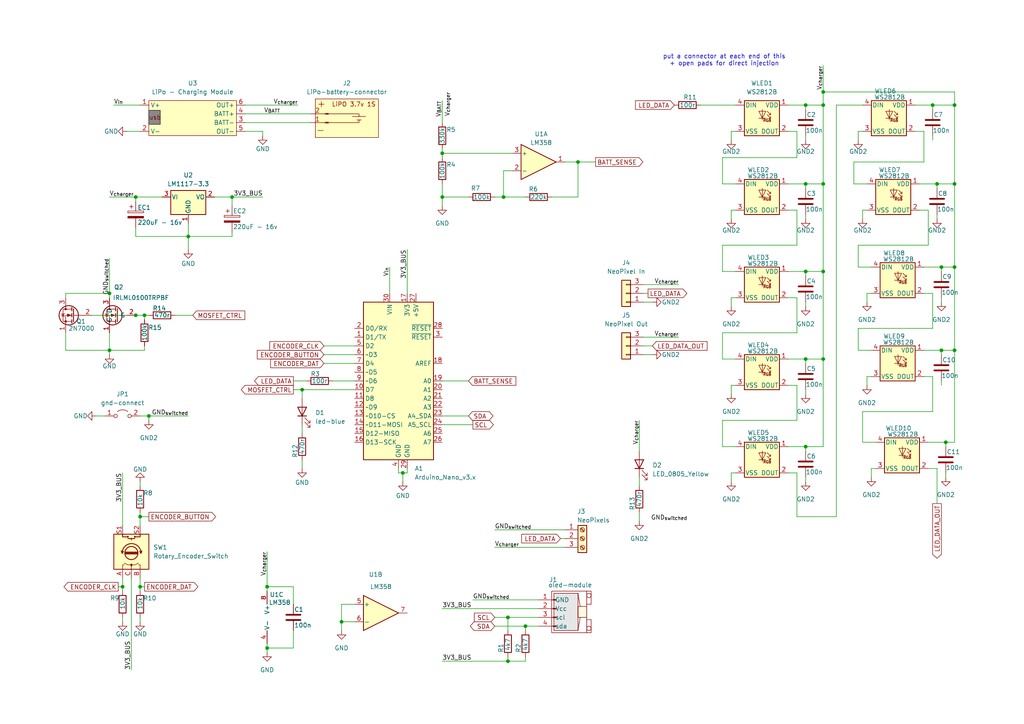
<source format=kicad_sch>
(kicad_sch (version 20250114) (generator "eeschema") (generator_version "9.0")
  (paper "A4")
  (text "put a connector at each end of this\n+ open pads for direct injection" (at 210.058 17.526 0) (effects (font (size 1.27 1.27))))
  (junction (at 238.76 104.14))
  (junction (at 238.76 30.48))
  (junction (at 274.32 128.27))
  (junction (at 54.61 68.58))
  (junction (at 146.05 57.15))
  (junction (at 128.27 44.45))
  (junction (at 128.27 57.15))
  (junction (at 276.86 101.6))
  (junction (at 35.56 170.18))
  (junction (at 238.76 26.67))
  (junction (at 233.68 78.74))
  (junction (at 43.18 120.65))
  (junction (at 31.75 85.09))
  (junction (at 238.76 53.34))
  (junction (at 99.06 180.34))
  (junction (at 39.37 57.15))
  (junction (at 147.32 191.77))
  (junction (at 147.32 179.07))
  (junction (at 87.63 113.03))
  (junction (at 233.68 129.54))
  (junction (at 238.76 78.74))
  (junction (at 67.31 57.15))
  (junction (at 39.37 91.44))
  (junction (at 40.64 170.18))
  (junction (at 276.86 77.47))
  (junction (at 273.05 101.6))
  (junction (at 271.78 53.34))
  (junction (at 167.64 46.99))
  (junction (at 116.84 137.16))
  (junction (at 77.47 170.18))
  (junction (at 233.68 104.14))
  (junction (at 233.68 53.34))
  (junction (at 77.47 187.96))
  (junction (at 270.51 30.48))
  (junction (at 41.91 91.44))
  (junction (at 276.86 53.34))
  (junction (at 276.86 30.48))
  (junction (at 40.64 149.86))
  (junction (at 152.4 181.61))
  (junction (at 273.05 77.47))
  (junction (at 31.75 101.6))
  (junction (at 233.68 30.48))
  (wire (pts (xy 77.47 187.96) (xy 85.09 187.96)))
  (wire (pts (xy 128.27 29.21) (xy 128.27 35.56)))
  (wire (pts (xy 228.6 111.76) (xy 231.14 111.76)))
  (wire (pts (xy 228.6 104.14) (xy 233.68 104.14)))
  (wire (pts (xy 40.64 149.86) (xy 40.64 152.4)))
  (wire (pts (xy 233.68 63.5) (xy 233.68 62.23)))
  (wire (pts (xy 247.65 46.99) (xy 247.65 53.34)))
  (wire (pts (xy 36.83 38.1) (xy 40.64 38.1)))
  (wire (pts (xy 152.4 181.61) (xy 152.4 182.88)))
  (wire (pts (xy 43.18 120.65) (xy 54.61 120.65)))
  (wire (pts (xy 143.51 181.61) (xy 152.4 181.61)))
  (wire (pts (xy 41.91 91.44) (xy 43.18 91.44)))
  (wire (pts (xy 87.63 123.19) (xy 87.63 125.73)))
  (wire (pts (xy 186.69 82.55) (xy 196.85 82.55)))
  (wire (pts (xy 238.76 26.67) (xy 238.76 30.48)))
  (wire (pts (xy 40.64 149.86) (xy 43.18 149.86)))
  (wire (pts (xy 77.47 160.02) (xy 77.47 170.18)))
  (wire (pts (xy 271.78 63.5) (xy 271.78 62.23)))
  (wire (pts (xy 231.14 121.92) (xy 209.55 121.92)))
  (wire (pts (xy 270.51 85.09) (xy 270.51 95.25)))
  (wire (pts (xy 19.05 85.09) (xy 31.75 85.09)))
  (wire (pts (xy 228.6 30.48) (xy 233.68 30.48)))
  (wire (pts (xy 77.47 170.18) (xy 85.09 170.18)))
  (wire (pts (xy 31.75 57.15) (xy 39.37 57.15)))
  (wire (pts (xy 87.63 113.03) (xy 102.87 113.03)))
  (wire (pts (xy 115.57 135.89) (xy 115.57 137.16)))
  (wire (pts (xy 93.98 105.41) (xy 102.87 105.41)))
  (wire (pts (xy 143.51 158.75) (xy 163.83 158.75)))
  (wire (pts (xy 31.75 85.09) (xy 31.75 74.93)))
  (wire (pts (xy 147.32 179.07) (xy 156.21 179.07)))
  (wire (pts (xy 209.55 78.74) (xy 213.36 78.74)))
  (wire (pts (xy 54.61 64.77) (xy 54.61 68.58)))
  (wire (pts (xy 209.55 53.34) (xy 213.36 53.34)))
  (wire (pts (xy 167.64 57.15) (xy 160.02 57.15)))
  (wire (pts (xy 186.69 102.87) (xy 189.23 102.87)))
  (wire (pts (xy 99.06 175.26) (xy 99.06 180.34)))
  (wire (pts (xy 87.63 135.89) (xy 87.63 133.35)))
  (wire (pts (xy 143.51 57.15) (xy 146.05 57.15)))
  (wire (pts (xy 228.6 38.1) (xy 231.14 38.1)))
  (wire (pts (xy 128.27 44.45) (xy 148.59 44.45)))
  (wire (pts (xy 250.19 128.27) (xy 254 128.27)))
  (wire (pts (xy 231.14 60.96) (xy 231.14 71.12)))
  (wire (pts (xy 270.51 40.64) (xy 270.51 39.37)))
  (wire (pts (xy 212.09 63.5) (xy 212.09 60.96)))
  (wire (pts (xy 152.4 190.5) (xy 152.4 191.77)))
  (wire (pts (xy 128.27 43.18) (xy 128.27 44.45)))
  (wire (pts (xy 85.09 182.88) (xy 85.09 187.96)))
  (wire (pts (xy 273.05 102.87) (xy 273.05 101.6)))
  (wire (pts (xy 212.09 40.64) (xy 212.09 38.1)))
  (wire (pts (xy 231.14 86.36) (xy 231.14 96.52)))
  (wire (pts (xy 67.31 68.58) (xy 67.31 67.31)))
  (wire (pts (xy 251.46 85.09) (xy 252.73 85.09)))
  (wire (pts (xy 87.63 113.03) (xy 87.63 115.57)))
  (wire (pts (xy 137.16 123.19) (xy 128.27 123.19)))
  (wire (pts (xy 67.31 68.58) (xy 54.61 68.58)))
  (wire (pts (xy 147.32 190.5) (xy 147.32 191.77)))
  (wire (pts (xy 209.55 45.72) (xy 209.55 53.34)))
  (wire (pts (xy 71.12 35.56) (xy 90.17 35.56)))
  (wire (pts (xy 269.24 60.96) (xy 269.24 71.12)))
  (wire (pts (xy 238.76 30.48) (xy 238.76 53.34)))
  (wire (pts (xy 267.97 46.99) (xy 247.65 46.99)))
  (wire (pts (xy 251.46 109.22) (xy 252.73 109.22)))
  (wire (pts (xy 19.05 101.6) (xy 31.75 101.6)))
  (wire (pts (xy 167.64 46.99) (xy 172.72 46.99)))
  (wire (pts (xy 209.55 104.14) (xy 213.36 104.14)))
  (wire (pts (xy 273.05 101.6) (xy 276.86 101.6)))
  (wire (pts (xy 40.64 148.59) (xy 40.64 149.86)))
  (wire (pts (xy 247.65 53.34) (xy 251.46 53.34)))
  (wire (pts (xy 269.24 128.27) (xy 274.32 128.27)))
  (wire (pts (xy 233.68 54.61) (xy 233.68 53.34)))
  (wire (pts (xy 40.64 171.45) (xy 40.64 170.18)))
  (wire (pts (xy 212.09 38.1) (xy 213.36 38.1)))
  (wire (pts (xy 212.09 88.9) (xy 212.09 86.36)))
  (wire (pts (xy 238.76 53.34) (xy 238.76 78.74)))
  (wire (pts (xy 35.56 137.16) (xy 35.56 152.4)))
  (wire (pts (xy 271.78 135.89) (xy 271.78 146.05)))
  (wire (pts (xy 233.68 31.75) (xy 233.68 30.48)))
  (wire (pts (xy 252.73 138.43) (xy 252.73 135.89)))
  (wire (pts (xy 276.86 128.27) (xy 276.86 101.6)))
  (wire (pts (xy 212.09 137.16) (xy 213.36 137.16)))
  (wire (pts (xy 242.57 30.48) (xy 250.19 30.48)))
  (wire (pts (xy 40.64 170.18) (xy 41.91 170.18)))
  (wire (pts (xy 228.6 86.36) (xy 231.14 86.36)))
  (wire (pts (xy 233.68 139.7) (xy 233.68 138.43)))
  (wire (pts (xy 266.7 60.96) (xy 269.24 60.96)))
  (wire (pts (xy 233.68 80.01) (xy 233.68 78.74)))
  (wire (pts (xy 67.31 57.15) (xy 76.2 57.15)))
  (wire (pts (xy 273.05 77.47) (xy 276.86 77.47)))
  (wire (pts (xy 93.98 102.87) (xy 102.87 102.87)))
  (wire (pts (xy 231.14 96.52) (xy 209.55 96.52)))
  (wire (pts (xy 128.27 110.49) (xy 135.89 110.49)))
  (wire (pts (xy 269.24 135.89) (xy 271.78 135.89)))
  (wire (pts (xy 274.32 138.43) (xy 274.32 137.16)))
  (wire (pts (xy 209.55 71.12) (xy 209.55 78.74)))
  (wire (pts (xy 147.32 191.77) (xy 152.4 191.77)))
  (wire (pts (xy 96.52 110.49) (xy 102.87 110.49)))
  (wire (pts (xy 185.42 151.13) (xy 185.42 148.59)))
  (wire (pts (xy 248.92 101.6) (xy 252.73 101.6)))
  (wire (pts (xy 252.73 135.89) (xy 254 135.89)))
  (wire (pts (xy 116.84 139.7) (xy 116.84 137.16)))
  (wire (pts (xy 162.56 156.21) (xy 163.83 156.21)))
  (wire (pts (xy 54.61 72.39) (xy 54.61 68.58)))
  (wire (pts (xy 212.09 86.36) (xy 213.36 86.36)))
  (wire (pts (xy 231.14 111.76) (xy 231.14 121.92)))
  (wire (pts (xy 118.11 72.39) (xy 118.11 85.09)))
  (wire (pts (xy 146.05 49.53) (xy 146.05 57.15)))
  (wire (pts (xy 128.27 57.15) (xy 128.27 53.34)))
  (wire (pts (xy 31.75 102.87) (xy 31.75 101.6)))
  (wire (pts (xy 40.64 120.65) (xy 43.18 120.65)))
  (wire (pts (xy 228.6 129.54) (xy 233.68 129.54)))
  (wire (pts (xy 147.32 179.07) (xy 147.32 182.88)))
  (wire (pts (xy 137.16 173.99) (xy 156.21 173.99)))
  (wire (pts (xy 85.09 113.03) (xy 87.63 113.03)))
  (wire (pts (xy 212.09 60.96) (xy 213.36 60.96)))
  (wire (pts (xy 33.02 30.48) (xy 40.64 30.48)))
  (wire (pts (xy 167.64 46.99) (xy 167.64 57.15)))
  (wire (pts (xy 266.7 53.34) (xy 271.78 53.34)))
  (wire (pts (xy 267.97 101.6) (xy 273.05 101.6)))
  (wire (pts (xy 35.56 170.18) (xy 35.56 167.64)))
  (wire (pts (xy 19.05 86.36) (xy 19.05 85.09)))
  (wire (pts (xy 267.97 77.47) (xy 273.05 77.47)))
  (wire (pts (xy 67.31 57.15) (xy 62.23 57.15)))
  (wire (pts (xy 228.6 78.74) (xy 233.68 78.74)))
  (wire (pts (xy 250.19 119.38) (xy 270.51 119.38)))
  (wire (pts (xy 41.91 100.33) (xy 41.91 101.6)))
  (wire (pts (xy 233.68 129.54) (xy 238.76 129.54)))
  (wire (pts (xy 38.1 167.64) (xy 38.1 194.31)))
  (wire (pts (xy 39.37 68.58) (xy 54.61 68.58)))
  (wire (pts (xy 231.14 137.16) (xy 231.14 149.86)))
  (wire (pts (xy 146.05 49.53) (xy 148.59 49.53)))
  (wire (pts (xy 251.46 111.76) (xy 251.46 109.22)))
  (wire (pts (xy 143.51 153.67) (xy 163.83 153.67)))
  (wire (pts (xy 186.69 87.63) (xy 189.23 87.63)))
  (wire (pts (xy 233.68 130.81) (xy 233.68 129.54)))
  (wire (pts (xy 163.83 46.99) (xy 167.64 46.99)))
  (wire (pts (xy 187.96 85.09) (xy 186.69 85.09)))
  (wire (pts (xy 143.51 179.07) (xy 147.32 179.07)))
  (wire (pts (xy 233.68 53.34) (xy 238.76 53.34)))
  (wire (pts (xy 238.76 19.05) (xy 238.76 26.67)))
  (wire (pts (xy 273.05 111.76) (xy 273.05 110.49)))
  (wire (pts (xy 71.12 33.02) (xy 90.17 33.02)))
  (wire (pts (xy 35.56 171.45) (xy 35.56 170.18)))
  (wire (pts (xy 238.76 78.74) (xy 238.76 104.14)))
  (wire (pts (xy 233.68 114.3) (xy 233.68 113.03)))
  (wire (pts (xy 228.6 137.16) (xy 231.14 137.16)))
  (wire (pts (xy 267.97 109.22) (xy 270.51 109.22)))
  (wire (pts (xy 231.14 71.12) (xy 209.55 71.12)))
  (wire (pts (xy 233.68 30.48) (xy 238.76 30.48)))
  (wire (pts (xy 265.43 30.48) (xy 270.51 30.48)))
  (wire (pts (xy 238.76 26.67) (xy 276.86 26.67)))
  (wire (pts (xy 31.75 86.36) (xy 31.75 85.09)))
  (wire (pts (xy 270.51 31.75) (xy 270.51 30.48)))
  (wire (pts (xy 55.88 91.44) (xy 50.8 91.44)))
  (wire (pts (xy 26.67 91.44) (xy 39.37 91.44)))
  (wire (pts (xy 267.97 85.09) (xy 270.51 85.09)))
  (wire (pts (xy 40.64 170.18) (xy 40.64 167.64)))
  (wire (pts (xy 128.27 176.53) (xy 156.21 176.53)))
  (wire (pts (xy 270.51 109.22) (xy 270.51 119.38)))
  (wire (pts (xy 39.37 66.04) (xy 39.37 68.58)))
  (wire (pts (xy 43.18 121.92) (xy 43.18 120.65)))
  (wire (pts (xy 113.03 77.47) (xy 113.03 85.09)))
  (wire (pts (xy 248.92 95.25) (xy 248.92 101.6)))
  (wire (pts (xy 238.76 104.14) (xy 238.76 129.54)))
  (wire (pts (xy 93.98 100.33) (xy 102.87 100.33)))
  (wire (pts (xy 85.09 110.49) (xy 88.9 110.49)))
  (wire (pts (xy 228.6 60.96) (xy 231.14 60.96)))
  (wire (pts (xy 19.05 96.52) (xy 19.05 101.6)))
  (wire (pts (xy 233.68 78.74) (xy 238.76 78.74)))
  (wire (pts (xy 209.55 129.54) (xy 213.36 129.54)))
  (wire (pts (xy 233.68 104.14) (xy 238.76 104.14)))
  (wire (pts (xy 99.06 180.34) (xy 99.06 182.88)))
  (wire (pts (xy 273.05 78.74) (xy 273.05 77.47)))
  (wire (pts (xy 267.97 38.1) (xy 267.97 46.99)))
  (wire (pts (xy 231.14 38.1) (xy 231.14 45.72)))
  (wire (pts (xy 118.11 135.89) (xy 118.11 137.16)))
  (wire (pts (xy 250.19 119.38) (xy 250.19 128.27)))
  (wire (pts (xy 274.32 128.27) (xy 276.86 128.27)))
  (wire (pts (xy 250.19 63.5) (xy 250.19 60.96)))
  (wire (pts (xy 115.57 137.16) (xy 116.84 137.16)))
  (wire (pts (xy 39.37 91.44) (xy 41.91 91.44)))
  (wire (pts (xy 271.78 53.34) (xy 276.86 53.34)))
  (wire (pts (xy 276.86 101.6) (xy 276.86 77.47)))
  (wire (pts (xy 40.64 139.7) (xy 40.64 140.97)))
  (wire (pts (xy 270.51 30.48) (xy 276.86 30.48)))
  (wire (pts (xy 233.68 105.41) (xy 233.68 104.14)))
  (wire (pts (xy 76.2 39.37) (xy 76.2 38.1)))
  (wire (pts (xy 35.56 180.34) (xy 35.56 179.07)))
  (wire (pts (xy 248.92 95.25) (xy 270.51 95.25)))
  (wire (pts (xy 77.47 189.23) (xy 77.47 187.96)))
  (wire (pts (xy 71.12 38.1) (xy 76.2 38.1)))
  (wire (pts (xy 41.91 91.44) (xy 41.91 92.71)))
  (wire (pts (xy 128.27 44.45) (xy 128.27 45.72)))
  (wire (pts (xy 212.09 114.3) (xy 212.09 111.76)))
  (wire (pts (xy 99.06 180.34) (xy 102.87 180.34)))
  (wire (pts (xy 128.27 59.69) (xy 128.27 57.15)))
  (wire (pts (xy 209.55 121.92) (xy 209.55 129.54)))
  (wire (pts (xy 39.37 57.15) (xy 39.37 58.42)))
  (wire (pts (xy 71.12 30.48) (xy 86.36 30.48)))
  (wire (pts (xy 102.87 175.26) (xy 99.06 175.26)))
  (wire (pts (xy 85.09 170.18) (xy 85.09 175.26)))
  (wire (pts (xy 276.86 30.48) (xy 276.86 26.67)))
  (wire (pts (xy 233.68 40.64) (xy 233.68 39.37)))
  (wire (pts (xy 231.14 149.86) (xy 242.57 149.86)))
  (wire (pts (xy 250.19 60.96) (xy 251.46 60.96)))
  (wire (pts (xy 31.75 96.52) (xy 31.75 101.6)))
  (wire (pts (xy 269.24 71.12) (xy 248.92 71.12)))
  (wire (pts (xy 209.55 96.52) (xy 209.55 104.14)))
  (wire (pts (xy 77.47 170.18) (xy 77.47 171.45)))
  (wire (pts (xy 233.68 88.9) (xy 233.68 87.63)))
  (wire (pts (xy 248.92 77.47) (xy 252.73 77.47)))
  (wire (pts (xy 276.86 53.34) (xy 276.86 30.48)))
  (wire (pts (xy 213.36 30.48) (xy 203.2 30.48)))
  (wire (pts (xy 27.94 120.65) (xy 30.48 120.65)))
  (wire (pts (xy 116.84 137.16) (xy 118.11 137.16)))
  (wire (pts (xy 231.14 45.72) (xy 209.55 45.72)))
  (wire (pts (xy 185.42 138.43) (xy 185.42 140.97)))
  (wire (pts (xy 228.6 53.34) (xy 233.68 53.34)))
  (wire (pts (xy 39.37 57.15) (xy 46.99 57.15)))
  (wire (pts (xy 128.27 57.15) (xy 135.89 57.15)))
  (wire (pts (xy 152.4 181.61) (xy 156.21 181.61)))
  (wire (pts (xy 128.27 191.77) (xy 147.32 191.77)))
  (wire (pts (xy 67.31 59.69) (xy 67.31 57.15)))
  (wire (pts (xy 274.32 129.54) (xy 274.32 128.27)))
  (wire (pts (xy 273.05 87.63) (xy 273.05 86.36)))
  (wire (pts (xy 276.86 77.47) (xy 276.86 53.34)))
  (wire (pts (xy 146.05 57.15) (xy 152.4 57.15)))
  (wire (pts (xy 248.92 40.64) (xy 248.92 38.1)))
  (wire (pts (xy 212.09 111.76) (xy 213.36 111.76)))
  (wire (pts (xy 34.29 170.18) (xy 35.56 170.18)))
  (wire (pts (xy 189.23 100.33) (xy 186.69 100.33)))
  (wire (pts (xy 186.69 97.79) (xy 196.85 97.79)))
  (wire (pts (xy 242.57 149.86) (xy 242.57 30.48)))
  (wire (pts (xy 128.27 120.65) (xy 135.89 120.65)))
  (wire (pts (xy 185.42 130.81) (xy 185.42 121.92)))
  (wire (pts (xy 271.78 54.61) (xy 271.78 53.34)))
  (wire (pts (xy 212.09 139.7) (xy 212.09 137.16)))
  (wire (pts (xy 248.92 38.1) (xy 250.19 38.1)))
  (wire (pts (xy 77.47 187.96) (xy 77.47 186.69)))
  (wire (pts (xy 40.64 180.34) (xy 40.64 179.07)))
  (wire (pts (xy 251.46 87.63) (xy 251.46 85.09)))
  (wire (pts (xy 31.75 101.6) (xy 41.91 101.6)))
  (wire (pts (xy 248.92 71.12) (xy 248.92 77.47)))
  (wire (pts (xy 265.43 38.1) (xy 267.97 38.1)))
  (label "V_{charger}" (at 196.85 82.55 180))
  (label "3V3_BUS" (at 128.27 176.53 0))
  (label "GND_{switched}" (at 199.39 151.13 180))
  (label "V_{BATT}" (at 128.27 29.21 270))
  (label "3V3_BUS" (at 128.27 191.77 0))
  (label "V_{BATT}" (at 81.28 33.02 180))
  (label "V_{charger}" (at 238.76 19.05 270))
  (label "V_{charger}" (at 130.81 26.67 270))
  (label "V_{charger}" (at 185.42 121.92 270))
  (label "GND_{switched}" (at 54.61 120.65 180))
  (label "V_{in}" (at 33.02 30.48 0))
  (label "3V3_BUS" (at 38.1 194.31 90))
  (label "V_{charger}" (at 86.36 30.48 180))
  (label "3V3_BUS" (at 35.56 137.16 270))
  (label "GND_{switched}" (at 31.75 74.93 270))
  (label "V_{charger}" (at 77.47 160.02 270))
  (label "V_{charger}" (at 196.85 97.79 180))
  (label "GND_{switched}" (at 143.51 153.67 0))
  (label "V_{charger}" (at 143.51 158.75 0))
  (label "GND_{switched}" (at 137.16 173.99 0))
  (label "3V3_BUS" (at 76.2 57.15 180))
  (label "V_{charger}" (at 31.75 57.15 0))
  (label "V_{in}" (at 113.03 77.47 270))
  (label "3V3_BUS" (at 118.11 72.39 270))
  (global_label "LED_DATA" (shape output) (at 187.96 85.09 0) (property "Intersheetrefs" "${INTERSHEET_REFS}" (effects (hide yes))))
  (global_label "LED_DATA_OUT" (shape input) (at 189.23 100.33 0) (property "Intersheetrefs" "${INTERSHEET_REFS}" (effects (hide yes))))
  (global_label "ENCODER_BUTTON" (shape output) (at 43.18 149.86 0) (property "Intersheetrefs" "${INTERSHEET_REFS}" (effects (hide yes))))
  (global_label "LED_DATA" (shape input) (at 195.58 30.48 180) (property "Intersheetrefs" "${INTERSHEET_REFS}" (effects (hide yes))))
  (global_label "LED_DATA_OUT" (shape output) (at 271.78 146.05 270) (property "Intersheetrefs" "${INTERSHEET_REFS}" (effects (hide yes))))
  (global_label "MOSFET_CTRL" (shape input) (at 55.88 91.44 0) (property "Intersheetrefs" "${INTERSHEET_REFS}" (effects (hide yes))))
  (global_label "BATT_SENSE" (shape output) (at 172.72 46.99 0) (property "Intersheetrefs" "${INTERSHEET_REFS}" (effects (hide yes))))
  (global_label "ENCODER_CLK" (shape input) (at 93.98 100.33 180) (property "Intersheetrefs" "${INTERSHEET_REFS}" (effects (hide yes))))
  (global_label "ENCODER_BUTTON" (shape input) (at 93.98 102.87 180) (property "Intersheetrefs" "${INTERSHEET_REFS}" (effects (hide yes))))
  (global_label "BATT_SENSE" (shape input) (at 135.89 110.49 0) (property "Intersheetrefs" "${INTERSHEET_REFS}" (effects (hide yes))))
  (global_label "MOSFET_CTRL" (shape output) (at 85.09 113.03 180) (property "Intersheetrefs" "${INTERSHEET_REFS}" (effects (hide yes))))
  (global_label "LED_DATA" (shape output) (at 85.09 110.49 180) (property "Intersheetrefs" "${INTERSHEET_REFS}" (effects (hide yes))))
  (global_label "ENCODER_CLK" (shape output) (at 34.29 170.18 180) (property "Intersheetrefs" "${INTERSHEET_REFS}" (effects (hide yes))))
  (global_label "SCL" (shape output) (at 137.16 123.19 0) (property "Intersheetrefs" "${INTERSHEET_REFS}" (effects (hide yes))))
  (global_label "ENCODER_DAT" (shape output) (at 41.91 170.18 0) (property "Intersheetrefs" "${INTERSHEET_REFS}" (effects (hide yes))))
  (global_label "SDA" (shape bidirectional) (at 135.89 120.65 0) (property "Intersheetrefs" "${INTERSHEET_REFS}" (effects (hide yes))))
  (global_label "ENCODER_DAT" (shape input) (at 93.98 105.41 180) (property "Intersheetrefs" "${INTERSHEET_REFS}" (effects (hide yes))))
  (global_label "LED_DATA" (shape input) (at 162.56 156.21 180) (property "Intersheetrefs" "${INTERSHEET_REFS}" (effects (hide yes))))
  (global_label "SCL" (shape input) (at 143.51 179.07 180) (property "Intersheetrefs" "${INTERSHEET_REFS}" (effects (hide yes))))
  (global_label "SDA" (shape bidirectional) (at 143.51 181.61 180) (property "Intersheetrefs" "${INTERSHEET_REFS}" (effects (hide yes))))
  (symbol (lib_id "power:GND2") (at 233.68 40.64 0) (unit 1)
    (property "Reference" "#PWR024" (effects (hide yes)))
    (property "Value" "GND2" (at 233.68 43.942 0))
    (property "Description" "Power symbol creates a global label with name \"GND2\" , ground" (effects (hide yes)))
  )
  (symbol (lib_id "000-screw-terminals-immo:Screw_Terminal_medium_01x03") (at 168.91 153.67 0) (unit 1)
    (property "Reference" "J3" (at 167.386 148.336 0) (effects (justify left)))
    (property "Value" "NeoPixels" (at 167.386 150.876 0) (effects (justify left)))
    (property "Footprint" "000-screw-terminals-immo:TerminalBlock_01_03_medium_5.008mm" (effects (hide yes)))
    (property "Description" "Generic screw terminal, single row, 01x02, script generated (kicad-library-utils/schlib/autogen/connector/)" (effects (hide yes)))
    (property "PIN_A" "gnd" (effects (hide yes)))
    (property "PIN_B" "+" (effects (hide yes)))
    (property "RSpart" "790-1073" (effects (hide yes)))
    (property "supplier" "https://uk.rs-online.com/web/p/pcb-terminal-blocks/7901073" (effects (hide yes)))
    (property "cost" "£0.52" (effects (hide yes)))
  )
  (symbol (lib_id "power:GND2") (at 185.42 151.13 0) (unit 1)
    (property "Reference" "#PWR011" (effects (hide yes)))
    (property "Value" "GND2" (at 185.42 156.21 0))
    (property "Description" "Power symbol creates a global label with name \"GND2\" , ground" (effects (hide yes)))
  )
  (symbol (lib_id "000_Resistors_Immo:Resistor_0603") (at 128.27 39.37 270) (unit 1)
    (property "Reference" "R5" (at 130.81 37.592 90))
    (property "Value" "330k" (at 128.27 39.37 0))
    (property "Footprint" "Resistor_SMD:R_0603_1608Metric_Pad0.98x0.95mm_HandSolder" (effects (hide yes)))
    (property "Description" "Resistor" (effects (hide yes)))
  )
  (symbol (lib_id "power:GND2") (at 233.68 63.5 0) (unit 1)
    (property "Reference" "#PWR027" (effects (hide yes)))
    (property "Value" "GND2" (at 233.68 66.802 0))
    (property "Description" "Power symbol creates a global label with name \"GND2\" , ground" (effects (hide yes)))
  )
  (symbol (lib_id "000_Diodes_Immo:WS2812B") (at 260.35 105.41 0) (mirror y) (unit 1)
    (property "Reference" "WLED9" (at 259.334 97.536 0))
    (property "Value" "WS2812B" (at 260.604 99.314 0))
    (property "Footprint" "LED_SMD:LED_WS2812B_PLCC4_5.0x5.0mm_P3.2mm" (effects (hide yes)))
    (property "Datasheet" "https://cdn-shop.adafruit.com/datasheets/WS2812B.pdf" (effects (hide yes)))
    (property "Description" "RGB LED with integrated controller" (effects (hide yes)))
    (property "JLCpart" "C2920042" (effects (hide yes)))
    (property "Cost" "0.0768" (effects (hide yes)))
  )
  (symbol (lib_id "000_MCU_microcontrollers_Immo:Arduino_Nano_v3.x") (at 115.57 110.49 0) (unit 1)
    (property "Reference" "A1" (at 120.2533 135.89 0) (effects (justify left)))
    (property "Value" "Arduino_Nano_v3.x" (at 120.2533 138.43 0) (effects (justify left)))
    (property "Footprint" "Module:Arduino_Nano" (effects (hide yes)))
    (property "Datasheet" "http://www.mouser.com/pdfdocs/Gravitech_Arduino_Nano3_0.pdf" (effects (hide yes)))
    (property "Description" "Arduino Nano v3.x" (effects (hide yes)))
  )
  (symbol (lib_id "power:GND2") (at 189.23 102.87 90) (unit 1)
    (property "Reference" "#PWR032" (effects (hide yes)))
    (property "Value" "GND2" (at 194.564 102.87 90))
    (property "Description" "Power symbol creates a global label with name \"GND2\" , ground" (effects (hide yes)))
  )
  (symbol (lib_id "000_MOSFET_Immo:IRLML0100TRPBF") (at 33.02 92.71 0) (mirror y) (unit 1)
    (property "Reference" "Q2" (at 35.814 83.312 0) (effects (justify left)))
    (property "Value" "IRLML0100TRPBF" (at 49.022 86.36 0) (effects (justify left)))
    (property "Footprint" "Package_TO_SOT_SMD:SOT-23" (effects (hide yes)))
    (property "Datasheet" "https://www.infineon.com/dgdl/irlml6402pbf.pdf?fileId=5546d462533600a401535668d5c2263c" (effects (hide yes)))
    (property "Description" "-3.7A Id, -20V Vds, 65mOhm Rds, P-Channel HEXFET Power MOSFET, SOT-23" (effects (hide yes)))
  )
  (symbol (lib_id "000_Capacitor_Film_Immo:100n-kawaii") (at 270.51 35.56 0) (unit 1)
    (property "Reference" "C7" (at 270.764 33.274 0) (effects (justify left)))
    (property "Value" "100n" (at 270.51 37.846 0) (effects (justify left)))
    (property "Footprint" "Capacitor_SMD:C_0603_1608Metric_Pad1.08x0.95mm_HandSolder" (effects (hide yes)))
    (property "Description" "Unpolarized capacitor 0805" (effects (hide yes)))
    (property "JLCpart" "C779975" (effects (hide yes)))
    (property "Cost" "0.02" (effects (hide yes)))
  )
  (symbol (lib_id "000_Pin_Headers_Immo:Conn_01x03") (at 181.61 85.09 180) (unit 1)
    (property "Reference" "J4" (at 181.61 76.2 0))
    (property "Value" "NeoPixel In" (at 181.61 78.74 0))
    (property "Footprint" "Connector_PinHeader_2.54mm:PinHeader_1x03_P2.54mm_Vertical" (effects (hide yes)))
    (property "Description" "Generic connector, single row, 01x03, script generated (kicad-library-utils/schlib/autogen/connector/)" (effects (hide yes)))
  )
  (symbol (lib_id "000_Diodes_Immo:WS2812B") (at 220.98 133.35 0) (mirror y) (unit 1)
    (property "Reference" "WLED5" (at 219.964 125.476 0))
    (property "Value" "WS2812B" (at 221.234 127.254 0))
    (property "Footprint" "LED_SMD:LED_WS2812B_PLCC4_5.0x5.0mm_P3.2mm" (effects (hide yes)))
    (property "Datasheet" "https://cdn-shop.adafruit.com/datasheets/WS2812B.pdf" (effects (hide yes)))
    (property "Description" "RGB LED with integrated controller" (effects (hide yes)))
    (property "JLCpart" "C2920042" (effects (hide yes)))
    (property "Cost" "0.0768" (effects (hide yes)))
  )
  (symbol (lib_id "Amplifier_Operational:LM358") (at 80.01 179.07 0) (unit 3)
    (property "Reference" "U1" (at 78.232 172.466 0) (effects (justify left)))
    (property "Value" "LM358" (at 77.978 174.752 0) (effects (justify left)))
    (property "Footprint" "Package_SO:SOIC-8_3.9x4.9mm_P1.27mm" (effects (hide yes)))
    (property "Datasheet" "http://www.ti.com/lit/ds/symlink/lm2904-n.pdf" (effects (hide yes)))
    (property "Description" "Low-Power, Dual Operational Amplifiers, DIP-8/SOIC-8/TO-99-8" (effects (hide yes)))
  )
  (symbol (lib_id "000_Capacitor_Film_Immo:100n-kawaii") (at 273.05 82.55 0) (unit 1)
    (property "Reference" "C9" (at 273.304 80.264 0) (effects (justify left)))
    (property "Value" "100n" (at 273.05 84.836 0) (effects (justify left)))
    (property "Footprint" "Capacitor_SMD:C_0603_1608Metric_Pad1.08x0.95mm_HandSolder" (effects (hide yes)))
    (property "Description" "Unpolarized capacitor 0805" (effects (hide yes)))
    (property "JLCpart" "C779975" (effects (hide yes)))
    (property "Cost" "0.02" (effects (hide yes)))
  )
  (symbol (lib_id "power:GND") (at 116.84 139.7 0) (unit 1)
    (property "Reference" "#PWR01" (effects (hide yes)))
    (property "Value" "GND" (at 116.84 143.764 0))
    (property "Description" "Power symbol creates a global label with name \"GND\" , ground" (effects (hide yes)))
  )
  (symbol (lib_id "power:GND") (at 76.2 39.37 0) (unit 1)
    (property "Reference" "#PWR05" (effects (hide yes)))
    (property "Value" "GND" (at 76.2 43.18 0))
    (property "Description" "Power symbol creates a global label with name \"GND\" , ground" (effects (hide yes)))
  )
  (symbol (lib_id "000_Diodes_Immo:WS2812B") (at 261.62 132.08 0) (mirror y) (unit 1)
    (property "Reference" "WLED10" (at 260.604 124.206 0))
    (property "Value" "WS2812B" (at 261.874 125.984 0))
    (property "Footprint" "LED_SMD:LED_WS2812B_PLCC4_5.0x5.0mm_P3.2mm" (effects (hide yes)))
    (property "Datasheet" "https://cdn-shop.adafruit.com/datasheets/WS2812B.pdf" (effects (hide yes)))
    (property "Description" "RGB LED with integrated controller" (effects (hide yes)))
    (property "JLCpart" "C2920042" (effects (hide yes)))
    (property "Cost" "0.0768" (effects (hide yes)))
  )
  (symbol (lib_id "000_Capacitor_Film_Immo:100n-kawaii") (at 273.05 106.68 0) (unit 1)
    (property "Reference" "C10" (at 273.304 104.394 0) (effects (justify left)))
    (property "Value" "100n" (at 273.05 108.966 0) (effects (justify left)))
    (property "Footprint" "Capacitor_SMD:C_0603_1608Metric_Pad1.08x0.95mm_HandSolder" (effects (hide yes)))
    (property "Description" "Unpolarized capacitor 0805" (effects (hide yes)))
    (property "JLCpart" "C779975" (effects (hide yes)))
    (property "Cost" "0.02" (effects (hide yes)))
  )
  (symbol (lib_id "000_Capacitor_Film_Immo:100n-kawaii") (at 271.78 58.42 0) (unit 1)
    (property "Reference" "C8" (at 272.034 56.134 0) (effects (justify left)))
    (property "Value" "100n" (at 271.78 60.706 0) (effects (justify left)))
    (property "Footprint" "Capacitor_SMD:C_0603_1608Metric_Pad1.08x0.95mm_HandSolder" (effects (hide yes)))
    (property "Description" "Unpolarized capacitor 0805" (effects (hide yes)))
    (property "JLCpart" "C779975" (effects (hide yes)))
    (property "Cost" "0.02" (effects (hide yes)))
  )
  (symbol (lib_id "000_Diodes_Immo:WS2812B") (at 259.08 57.15 0) (mirror y) (unit 1)
    (property "Reference" "WLED7" (at 258.064 49.276 0))
    (property "Value" "WS2812B" (at 259.334 51.054 0))
    (property "Footprint" "LED_SMD:LED_WS2812B_PLCC4_5.0x5.0mm_P3.2mm" (effects (hide yes)))
    (property "Datasheet" "https://cdn-shop.adafruit.com/datasheets/WS2812B.pdf" (effects (hide yes)))
    (property "Description" "RGB LED with integrated controller" (effects (hide yes)))
    (property "JLCpart" "C2920042" (effects (hide yes)))
    (property "Cost" "0.0768" (effects (hide yes)))
  )
  (symbol (lib_id "000_Diodes_Immo:WS2812B") (at 257.81 34.29 0) (mirror y) (unit 1)
    (property "Reference" "WLED6" (at 256.794 26.416 0))
    (property "Value" "WS2812B" (at 258.064 28.194 0))
    (property "Footprint" "LED_SMD:LED_WS2812B_PLCC4_5.0x5.0mm_P3.2mm" (effects (hide yes)))
    (property "Datasheet" "https://cdn-shop.adafruit.com/datasheets/WS2812B.pdf" (effects (hide yes)))
    (property "Description" "RGB LED with integrated controller" (effects (hide yes)))
    (property "JLCpart" "C2920042" (effects (hide yes)))
    (property "Cost" "0.0768" (effects (hide yes)))
  )
  (symbol (lib_id "power:GND2") (at 251.46 111.76 0) (unit 1)
    (property "Reference" "#PWR018" (effects (hide yes)))
    (property "Value" "GND2" (at 251.46 116.84 0))
    (property "Description" "Power symbol creates a global label with name \"GND2\" , ground" (effects (hide yes)))
  )
  (symbol (lib_id "power:GND") (at 87.63 135.89 0) (unit 1)
    (property "Reference" "#PWR031" (effects (hide yes)))
    (property "Value" "GND" (at 87.63 139.954 0))
    (property "Description" "Power symbol creates a global label with name \"GND\" , ground" (effects (hide yes)))
  )
  (symbol (lib_id "power:GND2") (at 251.46 87.63 0) (unit 1)
    (property "Reference" "#PWR019" (effects (hide yes)))
    (property "Value" "GND2" (at 251.46 92.71 0))
    (property "Description" "Power symbol creates a global label with name \"GND2\" , ground" (effects (hide yes)))
  )
  (symbol (lib_id "power:GND2") (at 212.09 88.9 0) (unit 1)
    (property "Reference" "#PWR022" (effects (hide yes)))
    (property "Value" "GND2" (at 212.09 93.98 0))
    (property "Description" "Power symbol creates a global label with name \"GND2\" , ground" (effects (hide yes)))
  )
  (symbol (lib_id "power:GND2") (at 248.92 40.64 0) (unit 1)
    (property "Reference" "#PWR025" (effects (hide yes)))
    (property "Value" "GND2" (at 248.92 43.942 0))
    (property "Description" "Power symbol creates a global label with name \"GND2\" , ground" (effects (hide yes)))
  )
  (symbol (lib_id "000_Modules_Immo:TC4056A-1S-lipo-USB-module") (at 53.34 34.29 0) (unit 1)
    (property "Reference" "U3" (at 55.88 24.13 0))
    (property "Value" "LiPo - Charging Module" (at 55.88 26.67 0))
    (property "Footprint" "000-industrial:lipo-charging-module" (effects (hide yes)))
  )
  (symbol (lib_id "Amplifier_Operational:LM358") (at 110.49 177.8 0) (unit 2)
    (property "Reference" "U1" (at 108.966 166.624 0))
    (property "Value" "LM358" (at 110.49 170.18 0))
    (property "Footprint" "Package_SO:SOIC-8_3.9x4.9mm_P1.27mm" (effects (hide yes)))
    (property "Datasheet" "http://www.ti.com/lit/ds/symlink/lm2904-n.pdf" (effects (hide yes)))
    (property "Description" "Low-Power, Dual Operational Amplifiers, DIP-8/SOIC-8/TO-99-8" (effects (hide yes)))
  )
  (symbol (lib_id "power:GND") (at 40.64 139.7 180) (unit 1)
    (property "Reference" "#PWR07" (effects (hide yes)))
    (property "Value" "GND" (at 40.64 136.144 0))
    (property "Description" "Power symbol creates a global label with name \"GND\" , ground" (effects (hide yes)))
  )
  (symbol (lib_id "000_Diodes_Immo:LED_0805_Yellow") (at 185.42 134.62 90) (unit 1)
    (property "Reference" "D2" (at 189.23 134.9374 90) (effects (justify right)))
    (property "Value" "LED_0805_Yellow" (at 189.23 137.4774 90) (effects (justify right)))
    (property "Footprint" "Diode_SMD:D_0805_2012Metric_Pad1.15x1.40mm_HandSolder" (effects (hide yes)))
    (property "Description" "Light emitting diode" (effects (hide yes)))
    (property "JLCpart" "C84261" (effects (hide yes)))
    (property "Cost" "0.0158" (effects (hide yes)))
  )
  (symbol (lib_id "000_Resistors_Immo:Resistor_0603") (at 156.21 57.15 0) (unit 1)
    (property "Reference" "R6" (at 154.686 54.864 0))
    (property "Value" "220k" (at 156.21 57.15 0))
    (property "Footprint" "Resistor_SMD:R_0603_1608Metric_Pad0.98x0.95mm_HandSolder" (effects (hide yes)))
    (property "Description" "Resistor" (effects (hide yes)))
  )
  (symbol (lib_id "Regulator_Linear:LM1117-3.3") (at 54.61 57.15 0) (unit 1)
    (property "Reference" "U2" (at 54.61 50.8 0))
    (property "Value" "LM1117-3.3" (at 54.61 53.34 0))
    (property "Footprint" "000_ICs_Immo:SOT-223-3_TabPin2_1" (effects (hide yes)))
    (property "Datasheet" "http://www.ti.com/lit/ds/symlink/lm1117.pdf" (effects (hide yes)))
    (property "Description" "800mA Low-Dropout Linear Regulator, 3.3V fixed output, TO-220/TO-252/TO-263/SOT-223" (effects (hide yes)))
  )
  (symbol (lib_id "000_Capacitor_Film_Immo:100n-kawaii") (at 274.32 133.35 0) (unit 1)
    (property "Reference" "C11" (at 274.574 131.064 0) (effects (justify left)))
    (property "Value" "100n" (at 274.32 135.636 0) (effects (justify left)))
    (property "Footprint" "Capacitor_SMD:C_0603_1608Metric_Pad1.08x0.95mm_HandSolder" (effects (hide yes)))
    (property "Description" "Unpolarized capacitor 0805" (effects (hide yes)))
    (property "JLCpart" "C779975" (effects (hide yes)))
    (property "Cost" "0.02" (effects (hide yes)))
  )
  (symbol (lib_id "power:GND2") (at 233.68 88.9 0) (unit 1)
    (property "Reference" "#PWR021" (effects (hide yes)))
    (property "Value" "GND2" (at 233.68 93.98 0))
    (property "Description" "Power symbol creates a global label with name \"GND2\" , ground" (effects (hide yes)))
  )
  (symbol (lib_id "000_Resistors_Immo:Resistor_0603") (at 40.64 144.78 90) (unit 1)
    (property "Reference" "R8" (at 42.926 143.002 90))
    (property "Value" "10k" (at 40.64 145.034 0))
    (property "Footprint" "Resistor_SMD:R_0603_1608Metric_Pad0.98x0.95mm_HandSolder" (effects (hide yes)))
    (property "Description" "Resistor" (effects (hide yes)))
  )
  (symbol (lib_id "000_Diodes_Immo:WS2812B") (at 260.35 81.28 0) (mirror y) (unit 1)
    (property "Reference" "WLED8" (at 259.334 73.406 0))
    (property "Value" "WS2812B" (at 260.604 75.184 0))
    (property "Footprint" "LED_SMD:LED_WS2812B_PLCC4_5.0x5.0mm_P3.2mm" (effects (hide yes)))
    (property "Datasheet" "https://cdn-shop.adafruit.com/datasheets/WS2812B.pdf" (effects (hide yes)))
    (property "Description" "RGB LED with integrated controller" (effects (hide yes)))
    (property "JLCpart" "C2920042" (effects (hide yes)))
    (property "Cost" "0.0768" (effects (hide yes)))
  )
  (symbol (lib_id "000_Diodes_Immo:LED_0805_Blue") (at 87.63 119.38 90) (unit 1)
    (property "Reference" "D1" (at 91.44 119.6974 90) (effects (justify right)))
    (property "Value" "led-blue" (at 91.44 122.2374 90) (effects (justify right)))
    (property "Footprint" "Diode_SMD:D_0805_2012Metric_Pad1.15x1.40mm_HandSolder" (effects (hide yes)))
    (property "Description" "Light emitting diode" (effects (hide yes)))
    (property "JLCpart" "C84259" (effects (hide yes)))
    (property "Cost" "0.0227" (effects (hide yes)))
  )
  (symbol (lib_id "Device:Rotary_Encoder_Switch") (at 38.1 160.02 90) (unit 1)
    (property "Reference" "SW1" (at 44.45 158.7499 90) (effects (justify right)))
    (property "Value" "Rotary_Encoder_Switch" (at 44.45 161.2899 90) (effects (justify right)))
    (property "Footprint" "Rotary_Encoder:RotaryEncoder_Alps_EC12E-Switch_Vertical_H20mm" (effects (hide yes)))
    (property "Description" "Rotary encoder, dual channel, incremental quadrate outputs, with switch" (effects (hide yes)))
  )
  (symbol (lib_id "power:GND2") (at 212.09 114.3 0) (unit 1)
    (property "Reference" "#PWR017" (effects (hide yes)))
    (property "Value" "GND2" (at 212.09 119.38 0))
    (property "Description" "Power symbol creates a global label with name \"GND2\" , ground" (effects (hide yes)))
  )
  (symbol (lib_id "000_Resistors_Immo:Resistor_0603") (at 92.71 110.49 180) (unit 1)
    (property "Reference" "R3" (at 91.44 108.458 0))
    (property "Value" "100r" (at 92.71 110.49 0))
    (property "Footprint" "Resistor_SMD:R_0603_1608Metric_Pad0.98x0.95mm_HandSolder" (effects (hide yes)))
    (property "Description" "Resistor" (effects (hide yes)))
  )
  (symbol (lib_id "000_Capacitor_Film_Immo:100n-kawaii") (at 233.68 134.62 0) (unit 1)
    (property "Reference" "C6" (at 233.934 132.334 0) (effects (justify left)))
    (property "Value" "100n" (at 233.68 136.906 0) (effects (justify left)))
    (property "Footprint" "Capacitor_SMD:C_0603_1608Metric_Pad1.08x0.95mm_HandSolder" (effects (hide yes)))
    (property "Description" "Unpolarized capacitor 0805" (effects (hide yes)))
    (property "JLCpart" "C779975" (effects (hide yes)))
    (property "Cost" "0.02" (effects (hide yes)))
  )
  (symbol (lib_id "000_Capacitor_Film_Immo:100n-kawaii") (at 233.68 58.42 0) (unit 1)
    (property "Reference" "C3" (at 233.934 56.134 0) (effects (justify left)))
    (property "Value" "100n" (at 233.68 60.706 0) (effects (justify left)))
    (property "Footprint" "Capacitor_SMD:C_0603_1608Metric_Pad1.08x0.95mm_HandSolder" (effects (hide yes)))
    (property "Description" "Unpolarized capacitor 0805" (effects (hide yes)))
    (property "JLCpart" "C779975" (effects (hide yes)))
    (property "Cost" "0.02" (effects (hide yes)))
  )
  (symbol (lib_id "000_Capacitor_Electrolytic_Immo:220uF - 16v") (at 67.31 63.5 0) (unit 1)
    (property "Reference" "EC2" (at 67.564 61.214 0) (effects (justify left)))
    (property "Value" "220uF - 16v" (at 67.564 65.786 0) (effects (justify left)))
    (property "Footprint" "Capacitor_SMD:CP_Elec_6.3x7.7" (effects (hide yes)))
    (property "Description" "Polarized capacitor" (effects (hide yes)))
    (property "JLCpart" "C4747974" (effects (hide yes)))
    (property "cost" "0.0315" (effects (hide yes)))
  )
  (symbol (lib_id "power:GND") (at 27.94 120.65 270) (unit 1)
    (property "Reference" "#PWR033" (effects (hide yes)))
    (property "Value" "GND" (at 23.368 120.65 90))
    (property "Description" "Power symbol creates a global label with name \"GND\" , ground" (effects (hide yes)))
  )
  (symbol (lib_id "power:GND") (at 35.56 180.34 0) (unit 1)
    (property "Reference" "#PWR08" (effects (hide yes)))
    (property "Value" "GND" (at 35.56 183.896 0))
    (property "Description" "Power symbol creates a global label with name \"GND\" , ground" (effects (hide yes)))
  )
  (symbol (lib_id "power:GND2") (at 271.78 63.5 0) (unit 1)
    (property "Reference" "#PWR029" (effects (hide yes)))
    (property "Value" "GND2" (at 271.78 66.802 0))
    (property "Description" "Power symbol creates a global label with name \"GND2\" , ground" (effects (hide yes)))
  )
  (symbol (lib_id "000_Resistors_Immo:Resistor_0603") (at 152.4 186.69 90) (unit 1)
    (property "Reference" "R2" (at 150.368 187.96 0))
    (property "Value" "4k7" (at 152.4 186.944 0))
    (property "Footprint" "Resistor_SMD:R_0603_1608Metric_Pad0.98x0.95mm_HandSolder" (effects (hide yes)))
    (property "Description" "Resistor" (effects (hide yes)))
  )
  (symbol (lib_id "000_Resistors_Immo:Resistor_0603") (at 46.99 91.44 0) (unit 1)
    (property "Reference" "R14" (at 46.228 89.408 0))
    (property "Value" "470r" (at 46.99 91.44 0))
    (property "Footprint" "Resistor_SMD:R_0603_1608Metric_Pad0.98x0.95mm_HandSolder" (effects (hide yes)))
    (property "Description" "Resistor" (effects (hide yes)))
  )
  (symbol (lib_id "000_Capacitor_Electrolytic_Immo:220uF - 16v") (at 39.37 62.23 0) (unit 1)
    (property "Reference" "EC1" (at 39.878 60.198 0) (effects (justify left)))
    (property "Value" "220uF - 16v" (at 39.878 64.516 0) (effects (justify left)))
    (property "Footprint" "Capacitor_SMD:CP_Elec_6.3x7.7" (effects (hide yes)))
    (property "Description" "Polarized capacitor" (effects (hide yes)))
    (property "JLCpart" "C4747974" (effects (hide yes)))
    (property "cost" "0.0315" (effects (hide yes)))
  )
  (symbol (lib_id "000_Resistors_Immo:Resistor_0603") (at 185.42 144.78 270) (unit 1)
    (property "Reference" "R13" (at 183.388 146.05 0))
    (property "Value" "470r" (at 185.42 144.78 0))
    (property "Footprint" "Resistor_SMD:R_0603_1608Metric_Pad0.98x0.95mm_HandSolder" (effects (hide yes)))
    (property "Description" "Resistor" (effects (hide yes)))
  )
  (symbol (lib_id "000_Resistors_Immo:Resistor_0603") (at 35.56 175.26 270) (unit 1)
    (property "Reference" "R9" (at 33.274 173.482 90))
    (property "Value" "10k" (at 35.56 175.006 0))
    (property "Footprint" "Resistor_SMD:R_0603_1608Metric_Pad0.98x0.95mm_HandSolder" (effects (hide yes)))
    (property "Description" "Resistor" (effects (hide yes)))
  )
  (symbol (lib_id "power:GND2") (at 212.09 40.64 0) (unit 1)
    (property "Reference" "#PWR023" (effects (hide yes)))
    (property "Value" "GND2" (at 212.09 43.942 0))
    (property "Description" "Power symbol creates a global label with name \"GND2\" , ground" (effects (hide yes)))
  )
  (symbol (lib_id "000_Resistors_Immo:Resistor_0603") (at 40.64 175.26 270) (unit 1)
    (property "Reference" "R10" (at 43.434 173.482 90))
    (property "Value" "10k" (at 40.64 175.006 0))
    (property "Footprint" "Resistor_SMD:R_0603_1608Metric_Pad0.98x0.95mm_HandSolder" (effects (hide yes)))
    (property "Description" "Resistor" (effects (hide yes)))
  )
  (symbol (lib_id "000_Diodes_Immo:WS2812B") (at 220.98 57.15 0) (mirror y) (unit 1)
    (property "Reference" "WLED2" (at 219.964 49.276 0))
    (property "Value" "WS2812B" (at 221.234 51.054 0))
    (property "Footprint" "LED_SMD:LED_WS2812B_PLCC4_5.0x5.0mm_P3.2mm" (effects (hide yes)))
    (property "Datasheet" "https://cdn-shop.adafruit.com/datasheets/WS2812B.pdf" (effects (hide yes)))
    (property "Description" "RGB LED with integrated controller" (effects (hide yes)))
    (property "JLCpart" "C2920042" (effects (hide yes)))
    (property "Cost" "0.0768" (effects (hide yes)))
  )
  (symbol (lib_id "000_Resistors_Immo:Resistor_0603") (at 87.63 129.54 270) (unit 1)
    (property "Reference" "R12" (at 85.598 130.81 0))
    (property "Value" "470r" (at 87.63 129.54 0))
    (property "Footprint" "Resistor_SMD:R_0603_1608Metric_Pad0.98x0.95mm_HandSolder" (effects (hide yes)))
    (property "Description" "Resistor" (effects (hide yes)))
  )
  (symbol (lib_id "000-jumpers-immo:Jumper_2_Open") (at 35.56 120.65 0) (unit 1) (in_bom no)
    (property "Reference" "JP1" (at 35.56 114.3 0))
    (property "Value" "gnd-connect" (at 35.56 116.84 0))
    (property "Footprint" "Jumper:SolderJumper-2_P1.3mm_Open_RoundedPad1.0x1.5mm" (effects (hide yes)))
    (property "Description" "Jumper, 2-pole, open" (effects (hide yes)))
  )
  (symbol (lib_id "000_Resistors_Immo:Resistor_0603") (at 139.7 57.15 0) (unit 1)
    (property "Reference" "R7" (at 137.922 54.61 0))
    (property "Value" "100k" (at 139.7 57.15 0))
    (property "Footprint" "Resistor_SMD:R_0603_1608Metric_Pad0.98x0.95mm_HandSolder" (effects (hide yes)))
    (property "Description" "Resistor" (effects (hide yes)))
  )
  (symbol (lib_id "power:GND") (at 40.64 180.34 0) (unit 1)
    (property "Reference" "#PWR09" (effects (hide yes)))
    (property "Value" "GND" (at 40.64 183.896 0))
    (property "Description" "Power symbol creates a global label with name \"GND\" , ground" (effects (hide yes)))
  )
  (symbol (lib_id "power:GND") (at 128.27 59.69 0) (unit 1)
    (property "Reference" "#PWR02" (effects (hide yes)))
    (property "Value" "GND" (at 128.27 64.77 0))
    (property "Description" "Power symbol creates a global label with name \"GND\" , ground" (effects (hide yes)))
  )
  (symbol (lib_id "000_Connectors_Immo:2pin_molex_2.54mm_male_1") (at 95.25 33.02 0) (mirror y) (unit 1)
    (property "Reference" "J2" (at 100.584 24.13 0))
    (property "Value" "LiPo-battery-connector" (at 100.584 26.67 0))
    (property "Footprint" "000_Connectors_Immo:Molex_KK-254_AE-6410-02A_1x02_P2.54mm_Vertical_copy" (effects (hide yes)))
    (property "Description" "Generic connector, single row, 01x02, script generated (kicad-library-utils/schlib/autogen/connector/)" (effects (hide yes)))
    (property "PIN1" "PIN1" (effects (hide yes)))
    (property "PIN2" "PIN2" (effects (hide yes)))
  )
  (symbol (lib_id "000_Capacitor_Film_Immo:100n-kawaii") (at 233.68 83.82 0) (unit 1)
    (property "Reference" "C4" (at 233.934 81.534 0) (effects (justify left)))
    (property "Value" "100n" (at 233.68 86.106 0) (effects (justify left)))
    (property "Footprint" "Capacitor_SMD:C_0603_1608Metric_Pad1.08x0.95mm_HandSolder" (effects (hide yes)))
    (property "Description" "Unpolarized capacitor 0805" (effects (hide yes)))
    (property "JLCpart" "C779975" (effects (hide yes)))
    (property "Cost" "0.02" (effects (hide yes)))
  )
  (symbol (lib_id "000_Capacitor_Film_Immo:100n-kawaii") (at 85.09 179.07 0) (unit 1)
    (property "Reference" "C1" (at 85.344 176.784 0) (effects (justify left)))
    (property "Value" "100n" (at 85.344 181.356 0) (effects (justify left)))
    (property "Footprint" "Capacitor_SMD:C_0603_1608Metric_Pad1.08x0.95mm_HandSolder" (effects (hide yes)))
    (property "Description" "Unpolarized capacitor 0805" (effects (hide yes)))
    (property "JLCpart" "C779975" (effects (hide yes)))
    (property "Cost" "0.02" (effects (hide yes)))
  )
  (symbol (lib_id "000_Pin_Headers_Immo:Conn_01x03") (at 181.61 100.33 180) (unit 1)
    (property "Reference" "J5" (at 181.61 91.44 0))
    (property "Value" "NeoPixel Out" (at 181.61 93.98 0))
    (property "Footprint" "Connector_PinHeader_2.54mm:PinHeader_1x03_P2.54mm_Vertical" (effects (hide yes)))
    (property "Description" "Generic connector, single row, 01x03, script generated (kicad-library-utils/schlib/autogen/connector/)" (effects (hide yes)))
  )
  (symbol (lib_id "power:GND") (at 54.61 72.39 0) (unit 1)
    (property "Reference" "#PWR03" (effects (hide yes)))
    (property "Value" "GND" (at 54.61 76.454 0))
    (property "Description" "Power symbol creates a global label with name \"GND\" , ground" (effects (hide yes)))
  )
  (symbol (lib_id "power:GND2") (at 252.73 138.43 0) (unit 1)
    (property "Reference" "#PWR014" (effects (hide yes)))
    (property "Value" "GND2" (at 252.73 143.51 0))
    (property "Description" "Power symbol creates a global label with name \"GND2\" , ground" (effects (hide yes)))
  )
  (symbol (lib_id "000_Diodes_Immo:WS2812B") (at 220.98 34.29 0) (mirror y) (unit 1)
    (property "Reference" "WLED1" (at 220.98 24.13 0))
    (property "Value" "WS2812B" (at 220.98 26.67 0))
    (property "Footprint" "LED_SMD:LED_WS2812B_PLCC4_5.0x5.0mm_P3.2mm" (effects (hide yes)))
    (property "Datasheet" "https://cdn-shop.adafruit.com/datasheets/WS2812B.pdf" (effects (hide yes)))
    (property "Description" "RGB LED with integrated controller" (effects (hide yes)))
    (property "JLCpart" "C2920042" (effects (hide yes)))
    (property "Cost" "0.0768" (effects (hide yes)))
  )
  (symbol (lib_id "000_Diodes_Immo:WS2812B") (at 220.98 82.55 0) (mirror y) (unit 1)
    (property "Reference" "WLED3" (at 219.964 74.676 0))
    (property "Value" "WS2812B" (at 221.234 76.454 0))
    (property "Footprint" "LED_SMD:LED_WS2812B_PLCC4_5.0x5.0mm_P3.2mm" (effects (hide yes)))
    (property "Datasheet" "https://cdn-shop.adafruit.com/datasheets/WS2812B.pdf" (effects (hide yes)))
    (property "Description" "RGB LED with integrated controller" (effects (hide yes)))
    (property "JLCpart" "C2920042" (effects (hide yes)))
    (property "Cost" "0.0768" (effects (hide yes)))
  )
  (symbol (lib_id "power:GND2") (at 212.09 139.7 0) (unit 1)
    (property "Reference" "#PWR012" (effects (hide yes)))
    (property "Value" "GND2" (at 212.09 144.78 0))
    (property "Description" "Power symbol creates a global label with name \"GND2\" , ground" (effects (hide yes)))
  )
  (symbol (lib_id "000_Capacitor_Film_Immo:100n-kawaii") (at 233.68 35.56 0) (unit 1)
    (property "Reference" "C2" (at 233.934 33.274 0) (effects (justify left)))
    (property "Value" "100n" (at 233.68 37.846 0) (effects (justify left)))
    (property "Footprint" "Capacitor_SMD:C_0603_1608Metric_Pad1.08x0.95mm_HandSolder" (effects (hide yes)))
    (property "Description" "Unpolarized capacitor 0805" (effects (hide yes)))
    (property "JLCpart" "C779975" (effects (hide yes)))
    (property "Cost" "0.02" (effects (hide yes)))
  )
  (symbol (lib_id "power:GND2") (at 212.09 63.5 0) (unit 1)
    (property "Reference" "#PWR028" (effects (hide yes)))
    (property "Value" "GND2" (at 212.09 66.802 0))
    (property "Description" "Power symbol creates a global label with name \"GND2\" , ground" (effects (hide yes)))
  )
  (symbol (lib_id "power:GND2") (at 233.68 114.3 0) (unit 1)
    (property "Reference" "#PWR016" (effects (hide yes)))
    (property "Value" "GND2" (at 233.68 119.38 0))
    (property "Description" "Power symbol creates a global label with name \"GND2\" , ground" (effects (hide yes)))
  )
  (symbol (lib_id "000_Resistors_Immo:Resistor_0603") (at 128.27 49.53 270) (unit 1)
    (property "Reference" "R4" (at 130.81 47.752 90))
    (property "Value" "100k" (at 128.27 49.53 0))
    (property "Footprint" "Resistor_SMD:R_0603_1608Metric_Pad0.98x0.95mm_HandSolder" (effects (hide yes)))
    (property "Description" "Resistor" (effects (hide yes)))
  )
  (symbol (lib_id "power:GND") (at 77.47 189.23 0) (unit 1)
    (property "Reference" "#PWR06" (effects (hide yes)))
    (property "Value" "GND" (at 77.47 194.31 0))
    (property "Description" "Power symbol creates a global label with name \"GND\" , ground" (effects (hide yes)))
  )
  (symbol (lib_id "power:GND") (at 31.75 102.87 0) (unit 1)
    (property "Reference" "#PWR035" (effects (hide yes)))
    (property "Value" "GND" (at 31.75 106.172 0))
    (property "Description" "Power symbol creates a global label with name \"GND\" , ground" (effects (hide yes)))
  )
  (symbol (lib_id "power:GND2") (at 250.19 63.5 0) (unit 1)
    (property "Reference" "#PWR026" (effects (hide yes)))
    (property "Value" "GND2" (at 250.19 66.802 0))
    (property "Description" "Power symbol creates a global label with name \"GND2\" , ground" (effects (hide yes)))
  )
  (symbol (lib_id "power:GND2") (at 189.23 87.63 90) (unit 1)
    (property "Reference" "#PWR030" (effects (hide yes)))
    (property "Value" "GND2" (at 194.564 87.63 90))
    (property "Description" "Power symbol creates a global label with name \"GND2\" , ground" (effects (hide yes)))
  )
  (symbol (lib_id "000_Modules_Immo:oled-module") (at 161.29 176.53 0) (mirror y) (unit 1)
    (property "Reference" "J1" (at 159.258 168.148 0) (effects (justify right)))
    (property "Value" "oled-module" (at 159.004 169.672 0) (effects (justify right)))
    (property "Footprint" "000_Modules_Immo:oled-screen-i2c" (effects (hide yes)))
    (property "Description" "i2C header - pin numbering for OLED screen modules" (effects (hide yes)))
  )
  (symbol (lib_id "Transistor_FET:2N7000") (at 21.59 91.44 0) (mirror y) (unit 1)
    (property "Reference" "Q1" (at 24.892 93.218 0) (effects (justify left)))
    (property "Value" "2N7000" (at 27.432 95.25 0) (effects (justify left)))
    (property "Footprint" "Package_TO_SOT_THT:TO-92_Inline" (effects (hide yes)))
    (property "Datasheet" "https://www.onsemi.com/pub/Collateral/NDS7002A-D.PDF" (effects (hide yes)))
    (property "Description" "0.2A Id, 200V Vds, N-Channel MOSFET, 2.6V Logic Level, TO-92" (effects (hide yes)))
  )
  (symbol (lib_id "power:GND") (at 99.06 182.88 0) (unit 1)
    (property "Reference" "#PWR010" (effects (hide yes)))
    (property "Value" "GND" (at 99.06 187.96 0))
    (property "Description" "Power symbol creates a global label with name \"GND\" , ground" (effects (hide yes)))
  )
  (symbol (lib_id "power:GND") (at 36.83 38.1 270) (unit 1)
    (property "Reference" "#PWR04" (effects (hide yes)))
    (property "Value" "GND" (at 32.258 38.1 90))
    (property "Description" "Power symbol creates a global label with name \"GND\" , ground" (effects (hide yes)))
  )
  (symbol (lib_id "000_Diodes_Immo:WS2812B") (at 220.98 107.95 0) (mirror y) (unit 1)
    (property "Reference" "WLED4" (at 219.964 100.076 0))
    (property "Value" "WS2812B" (at 221.234 101.854 0))
    (property "Footprint" "LED_SMD:LED_WS2812B_PLCC4_5.0x5.0mm_P3.2mm" (effects (hide yes)))
    (property "Datasheet" "https://cdn-shop.adafruit.com/datasheets/WS2812B.pdf" (effects (hide yes)))
    (property "Description" "RGB LED with integrated controller" (effects (hide yes)))
    (property "JLCpart" "C2920042" (effects (hide yes)))
    (property "Cost" "0.0768" (effects (hide yes)))
  )
  (symbol (lib_id "000_Capacitor_Film_Immo:100n-kawaii") (at 233.68 109.22 0) (unit 1)
    (property "Reference" "C5" (at 233.934 106.934 0) (effects (justify left)))
    (property "Value" "100n" (at 233.68 111.506 0) (effects (justify left)))
    (property "Footprint" "Capacitor_SMD:C_0603_1608Metric_Pad1.08x0.95mm_HandSolder" (effects (hide yes)))
    (property "Description" "Unpolarized capacitor 0805" (effects (hide yes)))
    (property "JLCpart" "C779975" (effects (hide yes)))
    (property "Cost" "0.02" (effects (hide yes)))
  )
  (symbol (lib_id "000_Resistors_Immo:Resistor_0603") (at 147.32 186.69 90) (unit 1)
    (property "Reference" "R1" (at 145.288 187.96 0))
    (property "Value" "4k7" (at 147.32 186.944 0))
    (property "Footprint" "Resistor_SMD:R_0603_1608Metric_Pad0.98x0.95mm_HandSolder" (effects (hide yes)))
    (property "Description" "Resistor" (effects (hide yes)))
  )
  (symbol (lib_id "power:GND2") (at 43.18 121.92 0) (unit 1)
    (property "Reference" "#PWR034" (effects (hide yes)))
    (property "Value" "GND2" (at 43.18 127 0))
    (property "Description" "Power symbol creates a global label with name \"GND2\" , ground" (effects (hide yes)))
  )
  (symbol (lib_id "000_Resistors_Immo:Resistor_0603") (at 41.91 96.52 270) (unit 1)
    (property "Reference" "R15" (at 44.958 94.996 90))
    (property "Value" "100k" (at 41.91 96.52 0))
    (property "Footprint" "Resistor_SMD:R_0603_1608Metric_Pad0.98x0.95mm_HandSolder" (effects (hide yes)))
    (property "Description" "Resistor" (effects (hide yes)))
  )
  (symbol (lib_id "power:GND2") (at 274.32 138.43 0) (unit 1)
    (property "Reference" "#PWR013" (effects (hide yes)))
    (property "Value" "GND2" (at 274.32 143.51 0))
    (property "Description" "Power symbol creates a global label with name \"GND2\" , ground" (effects (hide yes)))
  )
  (symbol (lib_id "000_Resistors_Immo:Resistor_0603") (at 199.39 30.48 0) (mirror y) (unit 1)
    (property "Reference" "R11" (at 200.152 28.194 0))
    (property "Value" "100r" (at 199.39 30.48 0))
    (property "Footprint" "Resistor_SMD:R_0603_1608Metric_Pad0.98x0.95mm_HandSolder" (effects (hide yes)))
    (property "Description" "Resistor" (effects (hide yes)))
  )
  (symbol (lib_id "power:GND2") (at 273.05 87.63 0) (unit 1)
    (property "Reference" "#PWR020" (effects (hide yes)))
    (property "Value" "GND2" (at 273.05 92.71 0))
    (property "Description" "Power symbol creates a global label with name \"GND2\" , ground" (effects (hide yes)))
  )
  (symbol (lib_id "power:GND2") (at 233.68 139.7 0) (unit 1)
    (property "Reference" "#PWR015" (effects (hide yes)))
    (property "Value" "GND2" (at 233.68 144.78 0))
    (property "Description" "Power symbol creates a global label with name \"GND2\" , ground" (effects (hide yes)))
  )
  (symbol (lib_id "Amplifier_Operational:LM358") (at 156.21 46.99 0) (unit 1)
    (property "Reference" "U1" (at 156.972 38.862 0))
    (property "Value" "LM358" (at 156.972 41.402 0))
    (property "Footprint" "Package_SO:SOIC-8_3.9x4.9mm_P1.27mm" (effects (hide yes)))
    (property "Datasheet" "http://www.ti.com/lit/ds/symlink/lm2904-n.pdf" (effects (hide yes)))
    (property "Description" "Low-Power, Dual Operational Amplifiers, DIP-8/SOIC-8/TO-99-8" (effects (hide yes)))
  )
)
</source>
